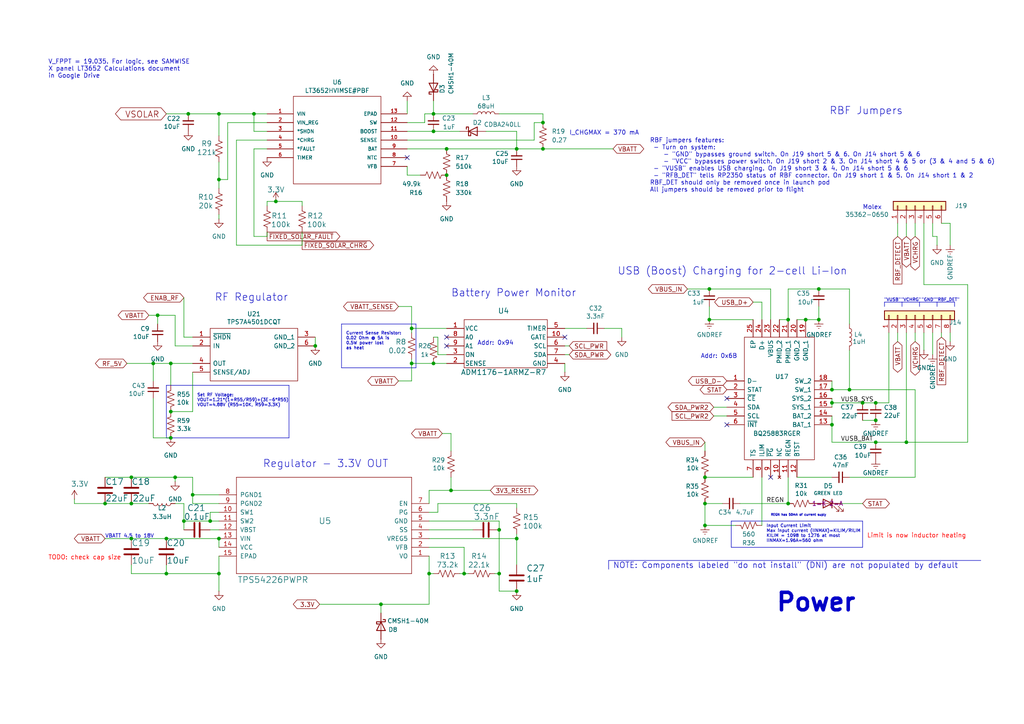
<source format=kicad_sch>
(kicad_sch (version 20250114) (generator "eeschema") (generator_version "9.0")
  (paper "A4")
  (title_block (title "PiCubed Mainboard") (date "2025-08-29") (rev "6.5") (company "Stanford Student Space Initiative") (comment 1 "Ethan Brinser"))
  (text "Addr: 0x94" (at 138.43 100.33 0) (effects (font (size 1.27 1.27)) (justify left bottom)))
  (text "USB (Boost) Charging for 2-cell Li-Ion" (at 179.07 80.01 0) (effects (font (size 2.159 2.159)) (justify left bottom)))
  (text "Input Current Limit\nMax input current (IINMAX)=KILIM/RILIM\nKILIM = 1098 to 1276 at most\nIINMAX=1.96A=560 ohm" (at 222.25 157.48 0) (effects (font (size 0.889 0.889)) (justify left bottom)))
  (text "Addr: 0x6B" (at 203.2 104.14 0) (effects (font (size 1.27 1.27)) (justify left bottom)))
  (text "Power" (at 224.79 177.8 0) (effects (font (size 5.08 5.08) (thickness 1.016) (bold yes)) (justify left bottom)))
  (text "\"VUSB\"" (at 261.366 87.63 0) (effects (font (size 0.889 0.889)) (justify right bottom)))
  (text "Battery Power Monitor" (at 130.81 86.36 0) (effects (font (size 2.159 2.159)) (justify left bottom)))
  (text "VBATT 4.5 to 18V" (at 30.48 156.21 0) (effects (font (size 1.0668 1.0668)) (justify left bottom)))
  (text "I_CHGMAX = 370 mA" (at 165.1 39.37 0) (effects (font (size 1.27 1.27)) (justify left bottom)))
  (text "RF Regulator" (at 62.23 87.63 0) (effects (font (size 2.159 2.159)) (justify left bottom)))
  (text "Current Sense Resistor:\n0.02 Ohm @ 5A is\n0.5W power lost\nas heat" (at 100.33 101.6 0) (effects (font (size 0.889 0.889)) (justify left bottom)))
  (text "Limit is now inductor heating" (at 251.46 156.21 0) (effects (font (size 1.27 1.27)) (justify left bottom)))
  (text "V_FPPT = 19.035. For logic, see SAMWISE\nX panel LT3652 Calculations document\nin Google Drive" (at 13.97 22.86 0) (effects (font (size 1.27 1.27)) (justify left bottom)))
  (text "TODO: check cap size" (at 13.97 162.56 0) (effects (font (size 1.27 1.27)) (justify left bottom)))
  (text "RBF jumpers features:\n - Turn on system:\n    - \"GND\" bypasses ground switch. On J19 short 5 & 6. On J14 short 5 & 6\n    - \"VCC\" bypasses power switch. On J19 short 2 & 3. On J14 short 4 & 5 or (3 & 4 and 5 & 6)\n - \"VUSB\" enables USB charging. On J19 short 3 & 4. On J14 short 5 & 6\n - \"RFB_DET\" tells RP2350 status of RBF connector. On J19 short 1 & 5. On J14 short 1 & 2\nRBF_DET should only be removed once in launch pod\nAll jumpers should be removed prior to flight" (at 188.468 48.006 0) (effects (font (size 1.27 1.27)) (justify left)))
  (text "\"VCHRG\"" (at 267.208 87.63 0) (effects (font (size 0.889 0.889)) (justify right bottom)))
  (text "\"GND\"" (at 267.208 87.63 0) (effects (font (size 0.889 0.889)) (justify left bottom)))
  (text "Regulator - 3.3V OUT" (at 76.2 135.89 0) (effects (font (size 2.159 2.159)) (justify left bottom)))
  (text "Set RF Voltage:\nVOUT=1.21*(1+R55/R59)+(3E-6*R55)\nVOUT=4.88V (R55=10K, R59=3.3K)\n" (at 57.15 118.11 0) (effects (font (size 0.889 0.889)) (justify left bottom)))
  (text "\"RBF_DET\"" (at 278.384 87.63 0) (effects (font (size 0.889 0.889)) (justify right bottom)))
  (text "NOTE: Components labeled \"do not install\" (DNI) are not populated by default" (at 177.8 165.1 0) (effects (font (size 1.651 1.651)) (justify left bottom)))
  (text "REGN has 50mA of current suply" (at 223.52 149.86 0) (effects (font (size 0.635 0.635)) (justify left bottom)))
  (text "RBF Jumpers" (at 240.538 33.528 0) (effects (font (size 2.159 2.159)) (justify left bottom)))
  (text "Molex" (at 250.19 60.96 0) (effects (font (size 1.27 1.27)) (justify left bottom)))
  (junction (at 48.26 156.21))
  (junction (at 125.73 33.02))
  (junction (at 237.49 83.82))
  (junction (at 55.88 143.51))
  (junction (at 49.53 105.41))
  (junction (at 125.73 105.41))
  (junction (at 157.48 43.18))
  (junction (at 254 116.84))
  (junction (at 129.54 43.18))
  (junction (at 63.5 33.02))
  (junction (at 149.86 156.21))
  (junction (at 38.1 138.43))
  (junction (at 53.34 151.13))
  (junction (at 254 128.27))
  (junction (at 237.49 92.71))
  (junction (at 254 121.92))
  (junction (at 205.74 92.71))
  (junction (at 30.48 146.05))
  (junction (at 204.47 146.05))
  (junction (at 205.74 83.82))
  (junction (at 129.54 50.8))
  (junction (at 125.73 38.1))
  (junction (at 63.5 166.37))
  (junction (at 38.1 156.21))
  (junction (at 241.3 116.84))
  (junction (at 144.78 153.67))
  (junction (at 124.46 166.37))
  (junction (at 63.5 156.21))
  (junction (at 241.3 123.19))
  (junction (at 204.47 152.4))
  (junction (at 149.86 171.45))
  (junction (at 262.89 128.27))
  (junction (at 250.19 116.84))
  (junction (at 228.6 92.71))
  (junction (at 38.1 146.05))
  (junction (at 63.5 52.07))
  (junction (at 49.53 127))
  (junction (at 228.6 146.05))
  (junction (at 119.38 105.41))
  (junction (at 50.8 138.43))
  (junction (at 80.01 58.42))
  (junction (at 54.61 33.02))
  (junction (at 204.47 138.43))
  (junction (at 130.81 142.24))
  (junction (at 149.86 43.18))
  (junction (at 157.48 35.56))
  (junction (at 44.45 105.41))
  (junction (at 91.44 100.33))
  (junction (at 233.68 92.71))
  (junction (at 246.38 113.03))
  (junction (at 45.72 91.44))
  (junction (at 73.66 33.02))
  (junction (at 60.96 151.13))
  (junction (at 144.78 166.37))
  (junction (at 241.3 113.03))
  (junction (at 134.62 166.37))
  (junction (at 110.49 175.26))
  (junction (at 48.26 166.37))
  (junction (at 119.38 95.25))
  (junction (at 49.53 119.38))
  (no_connect (at 210.82 115.57))
  (no_connect (at 118.11 45.72))
  (no_connect (at 163.83 97.79))
  (no_connect (at 129.54 100.33))
  (no_connect (at 210.82 123.19))
  (no_connect (at 129.54 97.79))
  (no_connect (at 223.52 138.43))
  (wire (pts (xy 45.72 91.44) (xy 50.8 91.44)))
  (wire (pts (xy 53.34 97.79) (xy 55.88 97.79)))
  (wire (pts (xy 149.86 156.21) (xy 149.86 163.83)))
  (wire (pts (xy 143.51 166.37) (xy 144.78 166.37)))
  (wire (pts (xy 63.5 33.02) (xy 73.66 33.02)))
  (wire (pts (xy 246.38 101.6) (xy 246.38 113.03)))
  (wire (pts (xy 127 148.59) (xy 124.46 148.59)))
  (wire (pts (xy 265.43 113.03) (xy 265.43 138.43)))
  (wire (pts (xy 118.11 35.56) (xy 123.19 35.56)))
  (wire (pts (xy 49.53 105.41) (xy 55.88 105.41)))
  (wire (pts (xy 275.59 96.52) (xy 275.59 99.06)))
  (wire (pts (xy 204.47 128.27) (xy 204.47 130.81)))
  (wire (pts (xy 80.01 58.42) (xy 77.47 58.42)))
  (wire (pts (xy 44.45 127) (xy 49.53 127)))
  (wire (pts (xy 80.01 58.42) (xy 87.63 58.42)))
  (wire (pts (xy 50.8 138.43) (xy 55.88 138.43)))
  (wire (pts (xy 250.19 121.92) (xy 254 121.92)))
  (wire (pts (xy 125.73 33.02) (xy 137.16 33.02)))
  (wire (pts (xy 38.1 166.37) (xy 38.1 163.83)))
  (wire (pts (xy 262.89 128.27) (xy 280.67 128.27)))
  (wire (pts (xy 118.11 40.64) (xy 154.94 40.64)))
  (wire (pts (xy 265.43 96.52) (xy 265.43 99.06)))
  (wire (pts (xy 220.98 87.63) (xy 220.98 92.71)))
  (wire (pts (xy 124.46 166.37) (xy 125.73 166.37)))
  (wire (pts (xy 125.73 105.41) (xy 129.54 105.41)))
  (wire (pts (xy 130.81 130.81) (xy 130.81 125.73)))
  (wire (pts (xy 267.97 96.52) (xy 267.97 101.6)))
  (wire (pts (xy 134.62 166.37) (xy 135.89 166.37)))
  (wire (pts (xy 241.3 120.65) (xy 241.3 123.19)))
  (wire (pts (xy 163.83 95.25) (xy 170.18 95.25)))
  (wire (pts (xy 218.44 87.63) (xy 220.98 87.63)))
  (wire (pts (xy 243.84 146.05) (xy 250.19 146.05)))
  (wire (pts (xy 165.1 102.87) (xy 163.83 102.87)))
  (wire (pts (xy 48.26 166.37) (xy 63.5 166.37)))
  (wire (pts (xy 38.1 138.43) (xy 50.8 138.43)))
  (wire (pts (xy 118.11 29.21) (xy 118.11 33.02)))
  (wire (pts (xy 54.61 33.02) (xy 63.5 33.02)))
  (wire (pts (xy 165.1 100.33) (xy 163.83 100.33)))
  (wire (pts (xy 149.86 154.94) (xy 149.86 156.21)))
  (wire (pts (xy 63.5 46.99) (xy 63.5 52.07)))
  (wire (pts (xy 124.46 146.05) (xy 124.46 142.24)))
  (wire (pts (xy 124.46 161.29) (xy 124.46 166.37)))
  (polyline (pts (xy 261.62 87.63) (xy 261.62 88.9)))
  (polyline (pts (xy 176.53 165.1) (xy 176.53 162.56)))
  (wire (pts (xy 210.82 118.11) (xy 207.01 118.11)))
  (wire (pts (xy 271.78 68.58) (xy 271.78 71.12)))
  (wire (pts (xy 55.88 138.43) (xy 55.88 143.51)))
  (wire (pts (xy 273.05 64.77) (xy 275.59 64.77)))
  (wire (pts (xy 231.14 92.71) (xy 233.68 92.71)))
  (wire (pts (xy 228.6 83.82) (xy 228.6 92.71)))
  (wire (pts (xy 154.94 35.56) (xy 157.48 35.56)))
  (wire (pts (xy 48.26 166.37) (xy 48.26 163.83)))
  (wire (pts (xy 43.18 91.44) (xy 45.72 91.44)))
  (wire (pts (xy 68.58 40.64) (xy 77.47 40.64)))
  (polyline (pts (xy 48.26 111.76) (xy 48.26 127)))
  (wire (pts (xy 241.3 128.27) (xy 241.3 123.19)))
  (wire (pts (xy 63.5 52.07) (xy 63.5 54.61)))
  (wire (pts (xy 204.47 152.4) (xy 213.36 152.4)))
  (wire (pts (xy 60.96 151.13) (xy 60.96 148.59)))
  (wire (pts (xy 63.5 166.37) (xy 63.5 171.45)))
  (wire (pts (xy 48.26 33.02) (xy 54.61 33.02)))
  (wire (pts (xy 226.06 92.71) (xy 228.6 92.71)))
  (wire (pts (xy 149.86 146.05) (xy 149.86 147.32)))
  (wire (pts (xy 53.34 151.13) (xy 53.34 146.05)))
  (wire (pts (xy 63.5 161.29) (xy 63.5 166.37)))
  (wire (pts (xy 254 128.27) (xy 241.3 128.27)))
  (wire (pts (xy 48.26 156.21) (xy 63.5 156.21)))
  (wire (pts (xy 63.5 153.67) (xy 60.96 153.67)))
  (wire (pts (xy 44.45 115.57) (xy 44.45 127)))
  (wire (pts (xy 210.82 120.65) (xy 207.01 120.65)))
  (polyline (pts (xy 120.65 106.68) (xy 99.06 106.68)))
  (wire (pts (xy 246.38 83.82) (xy 246.38 93.98)))
  (wire (pts (xy 36.83 105.41) (xy 44.45 105.41)))
  (wire (pts (xy 246.38 83.82) (xy 237.49 83.82)))
  (wire (pts (xy 30.48 146.05) (xy 38.1 146.05)))
  (wire (pts (xy 250.19 116.84) (xy 241.3 116.84)))
  (wire (pts (xy 68.58 71.12) (xy 68.58 40.64)))
  (wire (pts (xy 204.47 146.05) (xy 209.55 146.05)))
  (wire (pts (xy 267.97 82.55) (xy 280.67 82.55)))
  (polyline (pts (xy 276.86 87.63) (xy 276.86 88.9)))
  (wire (pts (xy 49.53 111.76) (xy 49.53 105.41)))
  (wire (pts (xy 130.81 138.43) (xy 130.81 142.24)))
  (wire (pts (xy 127 102.87) (xy 129.54 102.87)))
  (wire (pts (xy 87.63 71.12) (xy 68.58 71.12)))
  (polyline (pts (xy 261.62 87.63) (xy 266.7 87.63)))
  (wire (pts (xy 73.66 43.18) (xy 77.47 43.18)))
  (polyline (pts (xy 212.09 151.13) (xy 212.09 158.75)))
  (wire (pts (xy 204.47 138.43) (xy 218.44 138.43)))
  (polyline (pts (xy 120.65 93.98) (xy 120.65 106.68)))
  (polyline (pts (xy 83.82 127) (xy 83.82 111.76)))
  (wire (pts (xy 233.68 92.71) (xy 237.49 92.71)))
  (wire (pts (xy 63.5 148.59) (xy 60.96 148.59)))
  (wire (pts (xy 237.49 88.9) (xy 237.49 92.71)))
  (wire (pts (xy 254 116.84) (xy 250.19 116.84)))
  (wire (pts (xy 119.38 105.41) (xy 119.38 110.49)))
  (wire (pts (xy 241.3 110.49) (xy 241.3 113.03)))
  (wire (pts (xy 53.34 153.67) (xy 53.34 151.13)))
  (wire (pts (xy 130.81 142.24) (xy 142.24 142.24)))
  (wire (pts (xy 50.8 146.05) (xy 53.34 146.05)))
  (wire (pts (xy 30.48 138.43) (xy 38.1 138.43)))
  (wire (pts (xy 115.57 110.49) (xy 119.38 110.49)))
  (wire (pts (xy 44.45 110.49) (xy 44.45 105.41)))
  (wire (pts (xy 123.19 33.02) (xy 125.73 33.02)))
  (wire (pts (xy 241.3 115.57) (xy 241.3 116.84)))
  (wire (pts (xy 163.83 107.95) (xy 163.83 105.41)))
  (polyline (pts (xy 250.19 151.13) (xy 212.09 151.13)))
  (polyline (pts (xy 99.06 93.98) (xy 120.65 93.98)))
  (wire (pts (xy 44.45 105.41) (xy 49.53 105.41)))
  (wire (pts (xy 53.34 86.36) (xy 53.34 97.79)))
  (wire (pts (xy 124.46 151.13) (xy 144.78 151.13)))
  (wire (pts (xy 38.1 156.21) (xy 48.26 156.21)))
  (wire (pts (xy 262.89 96.52) (xy 262.89 128.27)))
  (wire (pts (xy 149.86 38.1) (xy 149.86 43.18)))
  (wire (pts (xy 237.49 83.82) (xy 228.6 83.82)))
  (wire (pts (xy 115.57 88.9) (xy 119.38 88.9)))
  (polyline (pts (xy 212.09 158.75) (xy 250.19 158.75)))
  (wire (pts (xy 149.86 146.05) (xy 127 146.05)))
  (polyline (pts (xy 271.78 87.63) (xy 276.86 87.63)))
  (wire (pts (xy 223.52 83.82) (xy 205.74 83.82)))
  (wire (pts (xy 119.38 95.25) (xy 119.38 88.9)))
  (wire (pts (xy 223.52 92.71) (xy 223.52 83.82)))
  (wire (pts (xy 262.89 68.58) (xy 262.89 64.77)))
  (wire (pts (xy 55.88 146.05) (xy 63.5 146.05)))
  (wire (pts (xy 134.62 158.75) (xy 134.62 166.37)))
  (wire (pts (xy 63.5 52.07) (xy 66.04 52.07)))
  (wire (pts (xy 254 116.84) (xy 257.81 116.84)))
  (wire (pts (xy 257.81 96.52) (xy 257.81 116.84)))
  (wire (pts (xy 241.3 138.43) (xy 231.14 138.43)))
  (wire (pts (xy 241.3 116.84) (xy 241.3 118.11)))
  (polyline (pts (xy 271.78 87.63) (xy 271.78 88.9)))
  (wire (pts (xy 63.5 33.02) (xy 63.5 39.37)))
  (wire (pts (xy 73.66 43.18) (xy 73.66 68.58)))
  (wire (pts (xy 50.8 100.33) (xy 55.88 100.33)))
  (wire (pts (xy 124.46 156.21) (xy 149.86 156.21)))
  (wire (pts (xy 87.63 58.42) (xy 87.63 59.69)))
  (wire (pts (xy 260.35 64.77) (xy 260.35 68.58)))
  (polyline (pts (xy 48.26 127) (xy 83.82 127)))
  (wire (pts (xy 119.38 105.41) (xy 125.73 105.41)))
  (wire (pts (xy 21.59 146.05) (xy 30.48 146.05)))
  (wire (pts (xy 254 128.27) (xy 262.89 128.27)))
  (wire (pts (xy 180.34 97.79) (xy 180.34 95.25)))
  (wire (pts (xy 144.78 171.45) (xy 149.86 171.45)))
  (wire (pts (xy 91.44 100.33) (xy 91.44 97.79)))
  (wire (pts (xy 50.8 138.43) (xy 50.8 139.7)))
  (wire (pts (xy 220.98 152.4) (xy 220.98 138.43)))
  (wire (pts (xy 205.74 83.82) (xy 199.39 83.82)))
  (wire (pts (xy 129.54 43.18) (xy 149.86 43.18)))
  (wire (pts (xy 124.46 153.67) (xy 137.16 153.67)))
  (wire (pts (xy 124.46 166.37) (xy 124.46 175.26)))
  (wire (pts (xy 87.63 67.31) (xy 87.63 71.12)))
  (wire (pts (xy 267.97 64.77) (xy 267.97 82.55)))
  (wire (pts (xy 157.48 33.02) (xy 157.48 35.56)))
  (wire (pts (xy 180.34 95.25) (xy 175.26 95.25)))
  (wire (pts (xy 124.46 175.26) (xy 110.49 175.26)))
  (wire (pts (xy 205.74 88.9) (xy 205.74 92.71)))
  (wire (pts (xy 154.94 40.64) (xy 154.94 35.56)))
  (wire (pts (xy 144.78 151.13) (xy 144.78 153.67)))
  (wire (pts (xy 144.78 33.02) (xy 157.48 33.02)))
  (wire (pts (xy 124.46 158.75) (xy 134.62 158.75)))
  (wire (pts (xy 127 102.87) (xy 127 97.79)))
  (wire (pts (xy 228.6 138.43) (xy 228.6 146.05)))
  (wire (pts (xy 280.67 82.55) (xy 280.67 128.27)))
  (wire (pts (xy 21.59 144.78) (xy 21.59 146.05)))
  (wire (pts (xy 204.47 146.05) (xy 204.47 152.4)))
  (wire (pts (xy 118.11 50.8) (xy 121.92 50.8)))
  (wire (pts (xy 270.51 68.58) (xy 271.78 68.58)))
  (polyline (pts (xy 176.53 162.56) (xy 284.48 162.56)))
  (wire (pts (xy 63.5 158.75) (xy 63.5 156.21)))
  (wire (pts (xy 45.72 91.44) (xy 45.72 93.98)))
  (wire (pts (xy 149.86 43.18) (xy 157.48 43.18)))
  (wire (pts (xy 270.51 96.52) (xy 270.51 102.87)))
  (polyline (pts (xy 266.7 87.63) (xy 266.7 88.9)))
  (wire (pts (xy 275.59 64.77) (xy 275.59 71.12)))
  (polyline (pts (xy 99.06 106.68) (xy 99.06 93.98)))
  (wire (pts (xy 55.88 143.51) (xy 55.88 146.05)))
  (wire (pts (xy 144.78 166.37) (xy 144.78 171.45)))
  (wire (pts (xy 119.38 95.25) (xy 119.38 96.52)))
  (wire (pts (xy 130.81 125.73) (xy 128.27 125.73)))
  (wire (pts (xy 63.5 151.13) (xy 60.96 151.13)))
  (wire (pts (xy 110.49 177.8) (xy 110.49 175.26)))
  (wire (pts (xy 66.04 52.07) (xy 66.04 35.56)))
  (wire (pts (xy 118.11 43.18) (xy 129.54 43.18)))
  (polyline (pts (xy 83.82 111.76) (xy 48.26 111.76)))
  (wire (pts (xy 66.04 35.56) (xy 77.47 35.56)))
  (wire (pts (xy 73.66 38.1) (xy 77.47 38.1)))
  (wire (pts (xy 157.48 43.18) (xy 177.8 43.18)))
  (wire (pts (xy 241.3 113.03) (xy 246.38 113.03)))
  (wire (pts (xy 144.78 153.67) (xy 144.78 166.37)))
  (wire (pts (xy 133.35 38.1) (xy 125.73 38.1)))
  (wire (pts (xy 77.47 67.31) (xy 77.47 68.58)))
  (wire (pts (xy 38.1 166.37) (xy 48.26 166.37)))
  (wire (pts (xy 92.71 175.26) (xy 110.49 175.26)))
  (wire (pts (xy 125.73 29.21) (xy 125.73 33.02)))
  (wire (pts (xy 270.51 64.77) (xy 270.51 68.58)))
  (wire (pts (xy 246.38 138.43) (xy 265.43 138.43)))
  (wire (pts (xy 63.5 62.23) (xy 63.5 63.5)))
  (wire (pts (xy 73.66 33.02) (xy 73.66 38.1)))
  (wire (pts (xy 73.66 68.58) (xy 77.47 68.58)))
  (wire (pts (xy 273.05 96.52) (xy 273.05 97.79)))
  (polyline (pts (xy 250.19 158.75) (xy 250.19 151.13)))
  (wire (pts (xy 123.19 35.56) (xy 123.19 33.02)))
  (wire (pts (xy 50.8 91.44) (xy 50.8 100.33)))
  (polyline (pts (xy 256.54 88.9) (xy 256.54 87.63)))
  (wire (pts (xy 118.11 48.26) (xy 118.11 50.8)))
  (wire (pts (xy 205.74 92.71) (xy 218.44 92.71)))
  (wire (pts (xy 140.97 38.1) (xy 149.86 38.1)))
  (wire (pts (xy 73.66 33.02) (xy 77.47 33.02)))
  (wire (pts (xy 119.38 95.25) (xy 129.54 95.25)))
  (wire (pts (xy 127 97.79) (xy 125.73 97.79)))
  (wire (pts (xy 38.1 146.05) (xy 43.18 146.05)))
  (wire (pts (xy 55.88 119.38) (xy 55.88 107.95)))
  (wire (pts (xy 260.35 96.52) (xy 260.35 99.06)))
  (wire (pts (xy 124.46 142.24) (xy 130.81 142.24)))
  (polyline (pts (xy 256.54 87.63) (xy 261.62 87.63)))
  (wire (pts (xy 63.5 143.51) (xy 55.88 143.51)))
  (wire (pts (xy 265.43 64.77) (xy 265.43 68.58)))
  (wire (pts (xy 119.38 104.14) (xy 119.38 105.41)))
  (polyline (pts (xy 266.7 87.63) (xy 271.78 87.63)))
  (wire (pts (xy 60.96 151.13) (xy 53.34 151.13)))
  (wire (pts (xy 214.63 146.05) (xy 228.6 146.05)))
  (wire (pts (xy 30.48 156.21) (xy 38.1 156.21)))
  (wire (pts (xy 118.11 38.1) (xy 125.73 38.1)))
  (wire (pts (xy 77.47 58.42) (xy 77.47 59.69)))
  (wire (pts (xy 133.35 166.37) (xy 134.62 166.37)))
  (wire (pts (xy 49.53 119.38) (xy 55.88 119.38)))
  (wire (pts (xy 246.38 113.03) (xy 265.43 113.03)))
  (wire (pts (xy 127 146.05) (xy 127 148.59)))
  (label "VUSB_SYS" (at 243.84 116.84 0))
  (label "REGN" (at 222.25 146.05 0))
  (label "VUSB_BAT" (at 243.84 128.27 0))
  (global_label "VBUS_IN" (shape bidirectional) (at 199.39 83.82 180) (property "Intersheetrefs" "${INTERSHEET_REFS}" (effects (hide yes))))
  (global_label "RBF_DETECT" (shape input) (at 273.05 97.79 270) (property "Intersheetrefs" "${INTERSHEET_REFS}" (effects (hide yes))))
  (global_label "ENAB_RF" (shape bidirectional) (at 53.34 86.36 180) (property "Intersheetrefs" "${INTERSHEET_REFS}" (effects (hide yes))))
  (global_label "SDA_PWR" (shape bidirectional) (at 165.1 102.87 0) (property "Intersheetrefs" "${INTERSHEET_REFS}" (effects (hide yes))))
  (global_label "VBATT" (shape bidirectional) (at 177.8 43.18 0) (property "Intersheetrefs" "${INTERSHEET_REFS}" (effects (hide yes))))
  (global_label "VBATT" (shape bidirectional) (at 128.27 125.73 180) (property "Intersheetrefs" "${INTERSHEET_REFS}" (effects (hide yes))))
  (global_label "VBATT" (shape bidirectional) (at 260.35 99.06 270) (property "Intersheetrefs" "${INTERSHEET_REFS}" (effects (hide yes))))
  (global_label "VBATT" (shape bidirectional) (at 30.48 156.21 180) (property "Intersheetrefs" "${INTERSHEET_REFS}" (effects (hide yes))))
  (global_label "3V3_RESET" (shape bidirectional) (at 142.24 142.24 0) (property "Intersheetrefs" "${INTERSHEET_REFS}" (effects (hide yes))))
  (global_label "STAT" (shape bidirectional) (at 210.82 113.03 180) (property "Intersheetrefs" "${INTERSHEET_REFS}" (effects (hide yes))))
  (global_label "~{FIXED_SOLAR_FAULT}" (shape output) (at 77.47 68.58 0) (property "Intersheetrefs" "${INTERSHEET_REFS}" (effects (hide yes))))
  (global_label "SDA_PWR2" (shape bidirectional) (at 207.01 118.11 180) (property "Intersheetrefs" "${INTERSHEET_REFS}" (effects (hide yes))))
  (global_label "USB_D+" (shape bidirectional) (at 218.44 87.63 180) (property "Intersheetrefs" "${INTERSHEET_REFS}" (effects (hide yes))))
  (global_label "SCL_PWR2" (shape input) (at 207.01 120.65 180) (property "Intersheetrefs" "${INTERSHEET_REFS}" (effects (hide yes))))
  (global_label "VSOLAR" (shape bidirectional) (at 48.26 33.02 180) (effects (font (size 1.778 1.778))) (property "Intersheetrefs" "${INTERSHEET_REFS}" (effects (hide yes))))
  (global_label "VBATT_SENSE" (shape bidirectional) (at 115.57 88.9 180) (property "Intersheetrefs" "${INTERSHEET_REFS}" (effects (hide yes))))
  (global_label "VBATT" (shape bidirectional) (at 43.18 91.44 180) (property "Intersheetrefs" "${INTERSHEET_REFS}" (effects (hide yes))))
  (global_label "VBUS_IN" (shape bidirectional) (at 204.47 128.27 180) (property "Intersheetrefs" "${INTERSHEET_REFS}" (effects (hide yes))))
  (global_label "USB_D-" (shape bidirectional) (at 210.82 110.49 180) (property "Intersheetrefs" "${INTERSHEET_REFS}" (effects (hide yes))))
  (global_label "VCHRG" (shape bidirectional) (at 265.43 99.06 270) (property "Intersheetrefs" "${INTERSHEET_REFS}" (effects (hide yes))))
  (global_label "RBF_DETECT" (shape input) (at 260.35 68.58 270) (property "Intersheetrefs" "${INTERSHEET_REFS}" (effects (hide yes))))
  (global_label "RF_5V" (shape bidirectional) (at 36.83 105.41 180) (property "Intersheetrefs" "${INTERSHEET_REFS}" (effects (hide yes))))
  (global_label "SCL_PWR" (shape input) (at 165.1 100.33 0) (property "Intersheetrefs" "${INTERSHEET_REFS}" (effects (hide yes))))
  (global_label "VBATT" (shape bidirectional) (at 115.57 110.49 180) (property "Intersheetrefs" "${INTERSHEET_REFS}" (effects (hide yes))))
  (global_label "STAT" (shape bidirectional) (at 250.19 146.05 0) (property "Intersheetrefs" "${INTERSHEET_REFS}" (effects (hide yes))))
  (global_label "VCHRG" (shape bidirectional) (at 265.43 68.58 270) (property "Intersheetrefs" "${INTERSHEET_REFS}" (effects (hide yes))))
  (global_label "~{FIXED_SOLAR_CHRG}" (shape output) (at 87.63 71.12 0) (property "Intersheetrefs" "${INTERSHEET_REFS}" (effects (hide yes))))
  (global_label "VBATT" (shape bidirectional) (at 262.89 68.58 270) (property "Intersheetrefs" "${INTERSHEET_REFS}" (effects (hide yes))))
  (global_label "3.3V" (shape bidirectional) (at 92.71 175.26 180) (property "Intersheetrefs" "${INTERSHEET_REFS}" (effects (hide yes))))
  (symbol (lib_id "Device:C") (at 57.15 153.67 90) (unit 1)
    (property "Reference" "C21" (at 59.69 146.304 90) (effects (font (size 1.778 1.778)) (justify left bottom)))
    (property "Value" "0.1uF" (at 60.96 148.844 90) (effects (font (size 1.778 1.778)) (justify left bottom)))
    (property "Footprint" "Capacitor_SMD:C_0603_1608Metric" (effects (hide yes)))
    (property "Description" "Unpolarized capacitor" (effects (hide yes)))
  )
  (symbol (lib_id "Device:R_US") (at 139.7 166.37 270) (unit 1)
    (property "Reference" "R14" (at 138.938 161.29 90) (effects (font (size 1.4986 1.4986))))
    (property "Value" "22.1k" (at 138.938 163.83 90) (effects (font (size 1.4986 1.4986))))
    (property "Footprint" "Resistor_SMD:R_0603_1608Metric" (effects (hide yes)))
    (property "Description" "Resistor, US symbol" (effects (hide yes)))
  )
  (symbol (lib_id "Device:R_US") (at 119.38 100.33 180) (unit 1)
    (property "Reference" "R8" (at 117.856 98.298 0) (effects (font (size 1.4986 1.4986)) (justify left bottom)))
    (property "Value" "0.02" (at 117.856 100.838 0) (effects (font (size 1.4986 1.4986)) (justify left bottom)))
    (property "Footprint" "Resistor_SMD:R_2512_6332Metric" (effects (hide yes)))
    (property "Description" "Resistor, US symbol" (effects (hide yes)))
  )
  (symbol (lib_id "Device:C") (at 149.86 167.64 0) (unit 1)
    (property "Reference" "C27" (at 152.6032 164.8206 0) (effects (font (size 1.778 1.778)) (justify left)))
    (property "Value" "1uF" (at 152.6032 167.894 0) (effects (font (size 1.778 1.778)) (justify left)))
    (property "Footprint" "Capacitor_SMD:C_0603_1608Metric" (effects (hide yes)))
    (property "Description" "Unpolarized capacitor" (effects (hide yes)))
  )
  (symbol (lib_id "Device:C") (at 30.48 142.24 0) (unit 1)
    (property "Reference" "C17" (at 30.48 140.716 0) (effects (font (size 1.778 1.778)) (justify left bottom)))
    (property "Value" "22uF" (at 30.48 145.542 0) (effects (font (size 1.778 1.778)) (justify left bottom)))
    (property "Footprint" "Capacitor_SMD:C_0603_1608Metric" (effects (hide yes)))
    (property "Description" "Unpolarized capacitor" (effects (hide yes)))
  )
  (symbol (lib_id "Device:R_US") (at 149.86 151.13 0) (unit 1)
    (property "Reference" "R15" (at 151.638 150.876 0) (effects (font (size 1.4986 1.4986)) (justify left bottom)))
    (property "Value" "100k" (at 151.638 153.416 0) (effects (font (size 1.4986 1.4986)) (justify left bottom)))
    (property "Footprint" "Resistor_SMD:R_0603_1608Metric" (effects (hide yes)))
    (property "Description" "Resistor, US symbol" (effects (hide yes)))
  )
  (symbol (lib_id "Device:L") (at 46.99 146.05 270) (unit 1)
    (property "Reference" "L2" (at 46.99 147.32 90))
    (property "Value" "3.3uH" (at 46.99 149.86 90))
    (property "Footprint" "ssi_inductor:L_2141" (effects (hide yes)))
    (property "Description" "Inductor" (effects (hide yes)))
    (property "Flight" "SPM5030T-3R3M-HZ" (effects (hide yes)))
    (property "Manufacturer_Name" "TAI-TECH" (effects (hide yes)))
    (property "Manufacturer_Part_Number" "HPC5040NF-3R3MTH" (effects (hide yes)))
    (property "Proto" "HPC5040NF-3R3MTH" (effects (hide yes)))
  )
  (symbol (lib_id "power:GNDREF") (at 237.49 92.71 0) (unit 1)
    (property "Reference" "#PWR0102" (effects (hide yes)))
    (property "Value" "GNDREF" (at 237.617 97.1042 0))
  )
  (symbol (lib_id "power:GNDREF") (at 205.74 92.71 0) (unit 1)
    (property "Reference" "#PWR0103" (effects (hide yes)))
    (property "Value" "GNDREF" (at 205.867 97.1042 0))
  )
  (symbol (lib_id "Device:C_Small") (at 243.84 138.43 270) (unit 1)
    (property "Reference" "C36" (at 243.84 132.6134 90))
    (property "Value" "47nF" (at 243.84 134.9248 90))
    (property "Footprint" "Capacitor_SMD:C_0603_1608Metric" (effects (hide yes)))
    (property "Description" "47nF +-10% 50V X7R" (effects (hide yes)))
  )
  (symbol (lib_id "Device:C_Small") (at 250.19 119.38 180) (unit 1)
    (property "Reference" "C37" (at 247.65 118.11 0) (effects (justify left)))
    (property "Value" "22uF" (at 248.92 120.65 0) (effects (justify left)))
    (property "Footprint" "Capacitor_SMD:C_0603_1608Metric" (effects (hide yes)))
    (property "Description" "22uF +-20% 10V X5R" (effects (hide yes)))
  )
  (symbol (lib_id "power:GNDREF") (at 254 121.92 0) (unit 1)
    (property "Reference" "#PWR0104" (effects (hide yes)))
    (property "Value" "GNDREF" (at 254 125.73 0))
  )
  (symbol (lib_id "Device:C_Small") (at 254 130.81 180) (unit 1)
    (property "Reference" "C39" (at 251.46 129.54 0) (effects (justify left)))
    (property "Value" "10uF" (at 252.73 132.08 0) (effects (justify left)))
    (property "Footprint" "Capacitor_SMD:C_0603_1608Metric" (effects (hide yes)))
    (property "Description" "10uF +-20% 10V X5R" (effects (hide yes)))
  )
  (symbol (lib_id "power:GNDREF") (at 254 133.35 0) (unit 1)
    (property "Reference" "#PWR0105" (effects (hide yes)))
    (property "Value" "GNDREF" (at 254 137.16 0))
  )
  (symbol (lib_id "Device:R_US") (at 232.41 146.05 270) (mirror x) (unit 1)
    (property "Reference" "R31" (at 232.41 140.843 90))
    (property "Value" "10k" (at 232.41 143.1544 90))
    (property "Footprint" "Resistor_SMD:R_0603_1608Metric" (effects (hide yes)))
    (property "Description" "10K 0603" (effects (hide yes)))
  )
  (symbol (lib_id "Device:C_Small") (at 212.09 146.05 270) (unit 1)
    (property "Reference" "C34" (at 208.28 148.59 90) (effects (justify left)))
    (property "Value" "4.7uF" (at 213.36 148.59 90) (effects (justify left)))
    (property "Footprint" "Capacitor_SMD:C_0603_1608Metric" (effects (hide yes)))
    (property "Description" "4.7uF +-20% 10V X5R" (effects (hide yes)))
  )
  (symbol (lib_id "power:GNDREF") (at 204.47 152.4 0) (unit 1)
    (property "Reference" "#PWR0106" (effects (hide yes)))
    (property "Value" "GNDREF" (at 204.597 156.7942 0))
  )
  (symbol (lib_id "Device:C_Small") (at 205.74 86.36 180) (unit 1)
    (property "Reference" "C33" (at 203.2 85.09 0) (effects (justify left)))
    (property "Value" "1uF" (at 204.47 87.63 0) (effects (justify left)))
    (property "Footprint" "Capacitor_SMD:C_0603_1608Metric" (effects (hide yes)))
    (property "Description" "1uF 0603 X7R" (effects (hide yes)))
  )
  (symbol (lib_id "Device:L") (at 246.38 97.79 0) (unit 1)
    (property "Reference" "L4" (at 248.92 97.028 0))
    (property "Value" "1uH" (at 249.174 99.06 0))
    (property "Footprint" "ssi_inductor:L_2510" (effects (hide yes)))
    (property "Description" "Inductor" (effects (hide yes)))
    (property "Flight" "DFE252012F-1R0M" (effects (hide yes)))
    (property "Manufacturer_Name" "Prosperity Dielectrics" (effects (hide yes)))
    (property "Manufacturer_Part_Number" "MCS25GD-1R0MMP" (effects (hide yes)))
    (property "Proto" "MCS25GD-1R0MMP" (effects (hide yes)))
  )
  (symbol (lib_id "ssi_IC:ADM1176-1ARMZ-R7") (at 127 81.28 0) (unit 1)
    (property "Reference" "U4" (at 146.05 90.17 0) (effects (font (size 1.524 1.524))))
    (property "Value" "ADM1176-1ARMZ-R7" (at 146.05 107.95 0) (effects (font (size 1.524 1.524))))
    (property "Footprint" "ssi_IC:ADM1176-1ARMZ-R7" (effects (hide yes)))
    (property "Datasheet" "https://www.analog.com/media/en/technical-documentation/data-sheets/ADM1176.pdf" (effects (hide yes)))
    (property "Description" "Power Monitor" (effects (hide yes)))
    (property "Flight" "ADM1176-1ARMZ-R7" (effects (hide yes)))
    (property "Manufacturer_Name" "Analog Devices Inc." (effects (hide yes)))
    (property "Manufacturer_Part_Number" "ADM1176-1ARMZ-R7" (effects (hide yes)))
    (property "Proto" "ADM1176-1ARMZ-R7" (effects (hide yes)))
  )
  (symbol (lib_id "Device:C_Small") (at 237.49 86.36 180) (unit 1)
    (property "Reference" "C35" (at 234.95 85.09 0) (effects (justify left)))
    (property "Value" "10uF" (at 236.22 87.63 0) (effects (justify left)))
    (property "Footprint" "Capacitor_SMD:C_0603_1608Metric" (effects (hide yes)))
    (property "Description" "10uF +-20% 10V X5R" (effects (hide yes)))
  )
  (symbol (lib_id "Device:C_Small") (at 254 119.38 180) (unit 1)
    (property "Reference" "C38" (at 256.3368 118.2116 0) (effects (justify right)))
    (property "Value" "22uF" (at 256.3368 120.523 0) (effects (justify right)))
    (property "Footprint" "Capacitor_SMD:C_0603_1608Metric" (effects (hide yes)))
    (property "Description" "22uF +-20% 10V X5R" (effects (hide yes)))
  )
  (symbol (lib_id "Device:R_US") (at 204.47 134.62 0) (mirror y) (unit 1)
    (property "Reference" "R34" (at 202.7682 133.4516 0) (effects (justify left)))
    (property "Value" "10k" (at 202.7682 135.763 0) (effects (justify left)))
    (property "Footprint" "Resistor_SMD:R_0603_1608Metric" (effects (hide yes)))
    (property "Description" "5.23K 0603" (effects (hide yes)))
  )
  (symbol (lib_id "Device:R_US") (at 204.47 142.24 0) (mirror x) (unit 1)
    (property "Reference" "R35" (at 202.7682 141.0716 0) (effects (justify right)))
    (property "Value" "10k" (at 202.7682 143.383 0) (effects (justify right)))
    (property "Footprint" "Resistor_SMD:R_0603_1608Metric" (effects (hide yes)))
    (property "Description" "30.1K 0603" (effects (hide yes)))
  )
  (symbol (lib_id "Device:R_US") (at 125.73 101.6 0) (mirror x) (unit 1)
    (property "Reference" "R26" (at 123.19 100.33 0))
    (property "Value" "1k" (at 123.19 102.87 0))
    (property "Footprint" "Resistor_SMD:R_0603_1608Metric" (effects (hide yes)))
    (property "Description" "1K 0603" (effects (hide yes)))
  )
  (symbol (lib_id "Device:C_Small") (at 172.72 95.25 270) (unit 1)
    (property "Reference" "C32" (at 172.72 89.4334 90))
    (property "Value" "3.3nF" (at 172.72 91.7448 90))
    (property "Footprint" "Capacitor_SMD:C_0603_1608Metric" (effects (hide yes)))
    (property "Description" "3.3nF +-10% 100V X7R 0603" (effects (hide yes)))
  )
  (symbol (lib_id "ssi_IC:BQ25883RGER") (at 210.82 110.49 0) (unit 1)
    (property "Reference" "U17" (at 224.79 109.22 0) (effects (justify left)))
    (property "Value" "BQ25883RGER" (at 218.44 125.73 0) (effects (justify left)))
    (property "Footprint" "ssi_IC:QFN50P400X400X100-25N-D" (effects (hide yes)))
    (property "Datasheet" "http://www.ti.com/lit/ds/symlink/bq25883.pdf?HQS=TI-null-null-mousermode-df-pf-null-wwe&DCM=yes&ref_url=https%3A%2F%2Fwww.mouser.co.uk%2F" (effects (hide yes)))
    (property "Description" "Battery Management BQ25883RGE" (effects (hide yes)))
    (property "Flight" "BQ25883RGER" (effects (hide yes)))
    (property "Manufacturer_Name" "Texas Instruments" (effects (hide yes)))
    (property "Manufacturer_Part_Number" "BQ25883RGER" (effects (hide yes)))
    (property "Proto" "BQ25883RGER" (effects (hide yes)))
    (property "Height" "1" (effects (hide yes)))
    (property "Mouser Part Number" "595-BQ25883RGER" (effects (hide yes)))
    (property "Mouser Price/Stock" "https://www.mouser.com/Search/Refine.aspx?Keyword=595-BQ25883RGER" (effects (hide yes)))
  )
  (symbol (lib_id "Device:R_US") (at 217.17 152.4 90) (mirror x) (unit 1)
    (property "Reference" "R36" (at 217.17 157.48 90))
    (property "Value" "560" (at 217.17 154.94 90))
    (property "Footprint" "Resistor_SMD:R_0603_1608Metric" (effects (hide yes)))
    (property "Description" "560 0603" (effects (hide yes)))
  )
  (symbol (lib_id "Device:LED") (at 240.03 146.05 0) (mirror y) (unit 1)
    (property "Reference" "D5" (at 240.2078 140.9446 0))
    (property "Value" "GREEN LED" (at 240.2078 143.0528 0) (effects (font (size 0.9906 0.9906))))
    (property "Footprint" "LED_SMD:LED_0603_1608Metric" (effects (hide yes)))
    (property "Datasheet" "https://optoelectronics.liteon.com/upload/download/DS22-2000-074/LTST-C190KGKT.PDF" (effects (hide yes)))
    (property "Description" "Green LED" (effects (hide yes)))
    (property "Flight" "LTST-C190KGKT" (effects (hide yes)))
    (property "Manufacturer_Name" "Lite-On Inc." (effects (hide yes)))
    (property "Manufacturer_Part_Number" "LTST-C190KGKT" (effects (hide yes)))
    (property "Proto" "LTST-C190KGKT" (effects (hide yes)))
    (property "Sim.Pins" "1=K 2=A" (at 240.03 146.05 0))
  )
  (symbol (lib_id "Device:R_US") (at 130.81 134.62 0) (mirror y) (unit 1)
    (property "Reference" "R29" (at 129.1082 133.4516 0) (effects (justify left)))
    (property "Value" "10k" (at 129.1082 135.763 0) (effects (justify left)))
    (property "Footprint" "Resistor_SMD:R_0603_1608Metric" (effects (hide yes)))
    (property "Description" "73.2K 0603" (effects (hide yes)))
  )
  (symbol (lib_id "Device:C") (at 38.1 160.02 0) (unit 1)
    (property "Reference" "C19" (at 38.1 158.496 0) (effects (font (size 1.778 1.778)) (justify left bottom)))
    (property "Value" "10uF" (at 38.1 163.576 0) (effects (font (size 1.778 1.778)) (justify left bottom)))
    (property "Footprint" "Capacitor_SMD:C_1210_3225Metric" (effects (hide yes)))
    (property "Description" "Unpolarized capacitor" (effects (hide yes)))
  )
  (symbol (lib_id "Connector_Generic:Conn_01x08") (at 265.43 91.44 90) (unit 1)
    (property "Reference" "J14" (at 275.2852 93.5228 90) (effects (justify right)))
    (property "Value" "Conn_01x08_Horizontal" (effects (hide yes)))
    (property "Footprint" "Connector_PinHeader_2.54mm:PinHeader_1x08_P2.54mm_Horizontal" (effects (hide yes)))
    (property "Description" "6-pin Horizontal Header - 0.1in (2.54mm)" (effects (hide yes)))
    (property "DNI" "DNI" (effects (hide yes)))
  )
  (symbol (lib_id "power:GNDREF") (at 270.51 102.87 0) (unit 1)
    (property "Reference" "#PWR01" (effects (hide yes)))
    (property "Value" "GNDREF" (at 270.51 109.22 90))
  )
  (symbol (lib_id "ssi_IC:TPS7A4501DCQT") (at 55.88 97.79 0) (unit 1)
    (property "Reference" "U21" (at 73.66 91.059 0))
    (property "Value" "TPS7A4501DCQT" (at 73.66 93.3704 0))
    (property "Footprint" "ssi_IC:TPS7A4501DCQT" (effects (hide yes)))
    (property "Datasheet" "https://www.ti.com/lit/ds/symlink/tps7a45.pdf" (effects (hide yes)))
    (property "Description" "LOW-NOISE FAST-TRANSIENT-RESPONSE 1.5-A LOW-DROPOUT VOLTAGE%D REGULATORS" (effects (hide yes)))
    (property "Flight" "TPS7A4501DCQT" (effects (hide yes)))
    (property "Manufacturer_Name" "Texas Instruments" (effects (hide yes)))
    (property "Manufacturer_Part_Number" "TPS7A4501DCQT" (effects (hide yes)))
    (property "Proto" "TPS7A4501DCQT" (effects (hide yes)))
    (property "Height" "1.8" (effects (hide yes)))
    (property "Arrow Part Number" "TPS7A4501DCQT" (effects (hide yes)))
    (property "Arrow Price/Stock" "https://www.arrow.com/en/products/tps7a4501dcqt/texas-instruments" (effects (hide yes)))
    (property "Mouser Part Number" "595-TPS7A4501DCQT" (effects (hide yes)))
    (property "Mouser Price/Stock" "https://www.mouser.co.uk/ProductDetail/Texas-Instruments/TPS7A4501DCQT?qs=g0HfZ8wh75DefRsz0DtlDw%3D%3D" (effects (hide yes)))
  )
  (symbol (lib_id "Device:C_Small") (at 44.45 113.03 180) (unit 1)
    (property "Reference" "C43" (at 42.1386 111.8616 0) (effects (justify left)))
    (property "Value" "10uF" (at 42.1386 114.173 0) (effects (justify left)))
    (property "Footprint" "Capacitor_SMD:C_0603_1608Metric" (effects (hide yes)))
    (property "Description" "10uF +-20% 10V X5R" (effects (hide yes)))
  )
  (symbol (lib_id "Device:R_US") (at 49.53 115.57 0) (mirror y) (unit 1)
    (property "Reference" "R55" (at 51.2572 114.4016 0) (effects (justify right)))
    (property "Value" "10k" (at 51.2572 116.713 0) (effects (justify right)))
    (property "Footprint" "Resistor_SMD:R_0603_1608Metric" (effects (hide yes)))
    (property "Description" "10K 0603" (effects (hide yes)))
  )
  (symbol (lib_id "Device:R_US") (at 49.53 123.19 0) (mirror y) (unit 1)
    (property "Reference" "R59" (at 51.2572 122.0216 0) (effects (justify right)))
    (property "Value" "3.3k" (at 51.2572 124.333 0) (effects (justify right)))
    (property "Footprint" "Resistor_SMD:R_0603_1608Metric" (effects (hide yes)))
    (property "Description" "3.3K 0603" (effects (hide yes)))
  )
  (symbol (lib_id "Device:R_US") (at 129.54 166.37 270) (unit 1)
    (property "Reference" "R13" (at 129.794 161.29 90) (effects (font (size 1.4986 1.4986))))
    (property "Value" "73.2k" (at 129.794 163.83 90) (effects (font (size 1.4986 1.4986))))
    (property "Footprint" "Resistor_SMD:R_0603_1608Metric" (effects (hide yes)))
    (property "Description" "Resistor, US symbol" (effects (hide yes)))
  )
  (symbol (lib_id "Device:C") (at 140.97 153.67 90) (unit 1)
    (property "Reference" "C26" (at 142.494 146.304 90) (effects (font (size 1.778 1.778)) (justify left bottom)))
    (property "Value" "3.3nF" (at 145.034 148.844 90) (effects (font (size 1.778 1.778)) (justify left bottom)))
    (property "Footprint" "Capacitor_SMD:C_0603_1608Metric" (effects (hide yes)))
    (property "Description" "Unpolarized capacitor" (effects (hide yes)))
  )
  (symbol (lib_id "Device:C") (at 38.1 142.24 0) (unit 1)
    (property "Reference" "C18" (at 38.1 140.716 0) (effects (font (size 1.778 1.778)) (justify left bottom)))
    (property "Value" "22uF" (at 38.354 145.542 0) (effects (font (size 1.778 1.778)) (justify left bottom)))
    (property "Footprint" "Capacitor_SMD:C_0603_1608Metric" (effects (hide yes)))
    (property "Description" "Unpolarized capacitor" (effects (hide yes)))
  )
  (symbol (lib_id "Device:C") (at 48.26 160.02 0) (unit 1)
    (property "Reference" "C20" (at 48.26 158.496 0) (effects (font (size 1.778 1.778)) (justify left bottom)))
    (property "Value" "10uF" (at 48.26 163.576 0) (effects (font (size 1.778 1.778)) (justify left bottom)))
    (property "Footprint" "Capacitor_SMD:C_1210_3225Metric" (effects (hide yes)))
    (property "Description" "Unpolarized capacitor" (effects (hide yes)))
  )
  (symbol (lib_id "ssi_IC:TPS54226PWPR") (at 127 161.29 180) (unit 1)
    (property "Reference" "U5" (at 96.1644 150.0886 0) (effects (font (size 1.7526 1.7526)) (justify left bottom)))
    (property "Value" "TPS54226PWPR" (at 68.834 169.164 0) (effects (font (size 1.7526 1.7526)) (justify right top)))
    (property "Footprint" "ssi_IC:PWP14_2P31X2P46-L" (effects (hide yes)))
    (property "Datasheet" "https://www.ti.com/lit/gpn/tps54226" (effects (hide yes)))
    (property "Description" "3.3V Switching Regulator" (effects (hide yes)))
    (property "Flight" "TPS54226PWPR" (effects (hide yes)))
    (property "Manufacturer_Name" "Texas Instruments" (effects (hide yes)))
    (property "Manufacturer_Part_Number" "TPS54226PWPR" (effects (hide yes)))
    (property "Proto" "TPS54226PWPR" (effects (hide yes)))
  )
  (symbol (lib_id "power:GND") (at 118.11 29.21 180) (unit 1)
    (property "Reference" "#PWR03" (effects (hide yes)))
    (property "Value" "GND" (at 118.11 24.13 0))
  )
  (symbol (lib_id "power:GND") (at 110.49 185.42 0) (unit 1)
    (property "Reference" "#PWR04" (effects (hide yes)))
    (property "Value" "GND" (at 110.49 190.5 0))
    (property "Description" "Power symbol creates a global label with name \"GND\" , ground" (effects (hide yes)))
  )
  (symbol (lib_id "Device:C_Small") (at 45.72 96.52 180) (unit 1)
    (property "Reference" "C9" (at 43.4086 95.3516 0) (effects (justify left)))
    (property "Value" "10uF" (at 43.4086 97.663 0) (effects (justify left)))
    (property "Footprint" "Capacitor_SMD:C_0603_1608Metric" (effects (hide yes)))
    (property "Description" "10uF +-20% 10V X5R" (effects (hide yes)))
  )
  (symbol (lib_id "power:GND") (at 163.83 107.95 0) (unit 1)
    (property "Reference" "#PWR03" (effects (hide yes)))
    (property "Value" "GND" (at 163.83 113.03 0))
  )
  (symbol (lib_id "power:GND") (at 77.47 45.72 0) (unit 1)
    (property "Reference" "#PWR03" (effects (hide yes)))
    (property "Value" "GND" (at 77.47 50.8 0))
  )
  (symbol (lib_id "Device:C_Small") (at 125.73 35.56 180) (unit 1)
    (property "Reference" "C23" (at 132.08 34.29 0) (effects (justify left)))
    (property "Value" "1uF" (at 132.08 36.83 0) (effects (justify left)))
    (property "Footprint" "Capacitor_SMD:C_0603_1608Metric" (effects (hide yes)))
    (property "Description" "10uF +-20% 10V X5R" (effects (hide yes)))
  )
  (symbol (lib_id "power:GND") (at 125.73 21.59 180) (unit 1)
    (property "Reference" "#PWR03" (effects (hide yes)))
    (property "Value" "GND" (at 125.73 16.51 0))
  )
  (symbol (lib_id "Device:D_Schottky") (at 110.49 181.61 270) (unit 1)
    (property "Reference" "D8" (at 115.316 182.626 90) (effects (justify right)))
    (property "Value" "CMSH1-40M" (at 124.46 180.086 90) (effects (justify right)))
    (property "Footprint" "ssi_diode:DIOM5226X262N" (effects (hide yes)))
    (property "Datasheet" "https://www.digikey.com/en/products/detail/central-semiconductor-corp/CMSH1-40M-TR13-PBFREE/4807415" (effects (hide yes)))
    (property "Description" "Schottky diode" (effects (hide yes)))
  )
  (symbol (lib_id "power:GNDREF") (at 275.59 71.12 0) (unit 1)
    (property "Reference" "#PWR02" (effects (hide yes)))
    (property "Value" "GNDREF" (at 275.59 77.47 90))
  )
  (symbol (lib_id "Device:R_US") (at 157.48 39.37 0) (unit 1)
    (property "Reference" "R19" (at 160.02 38.0999 0) (effects (justify left)))
    (property "Value" "0.27" (at 160.02 40.6399 0) (effects (justify left)))
    (property "Footprint" "Resistor_SMD:R_2512_6332Metric" (effects (hide yes)))
  )
  (symbol (lib_id "power:GND") (at 45.72 99.06 0) (unit 1)
    (property "Reference" "#PWR03" (effects (hide yes)))
    (property "Value" "GND" (at 45.72 104.14 0))
  )
  (symbol (lib_id "Device:R_US") (at 125.73 50.8 90) (unit 1)
    (property "Reference" "R16" (at 120.65 55.88 90))
    (property "Value" "49.9k" (at 119.38 53.34 90))
    (property "Footprint" "Resistor_SMD:R_0603_1608Metric" (effects (hide yes)))
  )
  (symbol (lib_id "Device:D_Schottky") (at 125.73 25.4 90) (unit 1)
    (property "Reference" "D3" (at 128.27 24.4474 0) (effects (justify right)))
    (property "Value" "CMSH1-40M" (at 130.81 15.24 0) (effects (justify right)))
    (property "Footprint" "ssi_diode:DIOM5226X262N" (effects (hide yes)))
    (property "Datasheet" "https://www.digikey.com/en/products/detail/central-semiconductor-corp/CMSH1-40M-TR13-PBFREE/4807415" (effects (hide yes)))
  )
  (symbol (lib_id "Device:R_US") (at 63.5 58.42 0) (unit 1)
    (property "Reference" "R10" (at 59.69 57.15 0) (effects (font (size 1.4986 1.4986))))
    (property "Value" "20k" (at 59.69 59.69 0) (effects (font (size 1.4986 1.4986))))
    (property "Footprint" "Resistor_SMD:R_0603_1608Metric" (effects (hide yes)))
    (property "Description" "Resistor, US symbol" (effects (hide yes)))
  )
  (symbol (lib_id "power:GND") (at 63.5 63.5 0) (unit 1)
    (property "Reference" "#PWR03" (effects (hide yes)))
    (property "Value" "GND" (at 63.5 68.58 0))
  )
  (symbol (lib_id "Device:L") (at 140.97 33.02 90) (unit 1)
    (property "Reference" "L3" (at 140.97 28.3702 90))
    (property "Value" "68uH" (at 140.97 30.7945 90))
    (property "Footprint" "ssi_inductor:SDE06004A-680K" (effects (hide yes)))
    (property "Description" "Inductor" (effects (hide yes)))
  )
  (symbol (lib_id "Device:D_Schottky") (at 137.16 38.1 0) (unit 1)
    (property "Reference" "D2" (at 138.43 35.56 0))
    (property "Value" "CDBA240LL" (at 151.13 36.83 0) (effects (justify right bottom)))
    (property "Footprint" "ssi_diode:DO-214AC" (effects (hide yes)))
    (property "Datasheet" "https://www.comchiptech.com/admin/files/product/CDBA240LL-HF%20RevD765674.pdf" (effects (hide yes)))
  )
  (symbol (lib_id "Device:R_US") (at 129.54 54.61 0) (unit 1)
    (property "Reference" "R18" (at 132.08 53.3399 0) (effects (justify left)))
    (property "Value" "330k" (at 132.08 55.8799 0) (effects (justify left)))
    (property "Footprint" "Resistor_SMD:R_0603_1608Metric" (effects (hide yes)))
  )
  (symbol (lib_id "power:GND") (at 180.34 97.79 0) (unit 1)
    (property "Reference" "#PWR03" (effects (hide yes)))
    (property "Value" "GND" (at 180.34 102.87 0))
  )
  (symbol (lib_id "power:GND") (at 271.78 71.12 0) (unit 1)
    (property "Reference" "#PWR03" (effects (hide yes)))
    (property "Value" "GND" (at 271.78 76.2 0))
  )
  (symbol (lib_id "power:+3.3V") (at 21.59 144.78 0) (unit 1)
    (property "Reference" "#SUPPLY03" (effects (hide yes)))
    (property "Value" "3.3V" (at 20.574 141.224 0) (effects (font (size 1.4986 1.4986)) (justify left bottom)))
    (property "Description" "Power symbol creates a global label with name \"+3.3V\"" (effects (hide yes)))
  )
  (symbol (lib_id "Device:R_US") (at 87.63 63.5 180) (unit 1)
    (property "Reference" "R12" (at 93.726 61.722 0) (effects (font (size 1.4986 1.4986)) (justify left bottom)))
    (property "Value" "100k" (at 94.742 64.262 0) (effects (font (size 1.4986 1.4986)) (justify left bottom)))
    (property "Footprint" "Resistor_SMD:R_0603_1608Metric" (effects (hide yes)))
    (property "Description" "Resistor, US symbol" (effects (hide yes)))
  )
  (symbol (lib_id "Device:C_Small") (at 149.86 45.72 180) (unit 1)
    (property "Reference" "C25" (at 147.5486 44.5516 0) (effects (justify left)))
    (property "Value" "10uF" (at 147.5486 46.863 0) (effects (justify left)))
    (property "Footprint" "Capacitor_SMD:C_0603_1608Metric" (effects (hide yes)))
    (property "Description" "10uF +-20% 10V X5R" (effects (hide yes)))
  )
  (symbol (lib_id "power:GND") (at 267.97 101.6 0) (unit 1)
    (property "Reference" "#PWR03" (effects (hide yes)))
    (property "Value" "GND" (at 267.97 106.68 0))
  )
  (symbol (lib_id "power:GND") (at 54.61 38.1 0) (unit 1)
    (property "Reference" "#PWR03" (effects (hide yes)))
    (property "Value" "GND" (at 54.61 43.18 0))
  )
  (symbol (lib_id "Device:R_US") (at 63.5 43.18 0) (unit 1)
    (property "Reference" "R9" (at 59.944 41.656 0) (effects (font (size 1.4986 1.4986))))
    (property "Value" "121k" (at 59.944 44.196 0) (effects (font (size 1.4986 1.4986))))
    (property "Footprint" "Resistor_SMD:R_0603_1608Metric" (effects (hide yes)))
    (property "Description" "Resistor, US symbol" (effects (hide yes)))
  )
  (symbol (lib_id "ssi_IC:LT3652HVIMSE#PBF") (at 46.99 33.02 0) (unit 1)
    (property "Reference" "U6" (at 97.79 23.8463 0))
    (property "Value" "LT3652HVIMSE#PBF" (at 97.79 26.2706 0))
    (property "Footprint" "ssi_IC:MSOP-12_MSE" (effects (hide yes)))
    (property "Datasheet" "https://www.analog.com/media/en/technical-documentation/data-sheets/3652hvfb.pdf" (effects (hide yes)))
    (property "VENDOR" "Linear Technology" (effects (hide yes)))
    (property "Manufacturer_Part_Number" "lt3652hvimse#pbf" (effects (hide yes)))
  )
  (symbol (lib_id "Device:R_US") (at 129.54 46.99 0) (unit 1)
    (property "Reference" "R17" (at 132.08 45.7199 0) (effects (justify left)))
    (property "Value" "510k" (at 132.08 48.2599 0) (effects (justify left)))
    (property "Footprint" "Resistor_SMD:R_0603_1608Metric" (effects (hide yes)))
  )
  (symbol (lib_id "power:GND") (at 63.5 171.45 0) (unit 1)
    (property "Reference" "#PWR03" (effects (hide yes)))
    (property "Value" "GND" (at 63.5 176.53 0))
  )
  (symbol (lib_id "power:GND") (at 149.86 171.45 0) (unit 1)
    (property "Reference" "#PWR03" (effects (hide yes)))
    (property "Value" "GND" (at 149.86 176.53 0))
  )
  (symbol (lib_id "power:+3.3V") (at 80.01 58.42 0) (unit 1)
    (property "Reference" "#P+0101" (effects (hide yes)))
    (property "Value" "3.3V" (at 77.47 55.88 0) (effects (font (size 1.4986 1.4986)) (justify left bottom)))
    (property "Description" "Power symbol creates a global label with name \"+3.3V\"" (effects (hide yes)))
  )
  (symbol (lib_id "power:GND") (at 49.53 127 0) (unit 1)
    (property "Reference" "#PWR03" (effects (hide yes)))
    (property "Value" "GND" (at 49.53 132.08 0))
  )
  (symbol (lib_id "power:GND") (at 129.54 58.42 0) (unit 1)
    (property "Reference" "#PWR03" (effects (hide yes)))
    (property "Value" "GND" (at 129.54 63.5 0))
  )
  (symbol (lib_id "Device:R_US") (at 77.47 63.5 180) (unit 1)
    (property "Reference" "R11" (at 83.312 61.722 0) (effects (font (size 1.4986 1.4986)) (justify left bottom)))
    (property "Value" "100k" (at 84.328 64.262 0) (effects (font (size 1.4986 1.4986)) (justify left bottom)))
    (property "Footprint" "Resistor_SMD:R_0603_1608Metric" (effects (hide yes)))
    (property "Description" "Resistor, US symbol" (effects (hide yes)))
  )
  (symbol (lib_id "Connector_Generic:Conn_01x06") (at 265.43 59.69 90) (unit 1)
    (property "Reference" "J19" (at 278.765 59.69 90))
    (property "Value" "35362-0650" (at 251.46 62.23 90))
    (property "Footprint" "ssi_connector:Molex_35362-0650" (effects (hide yes)))
  )
  (symbol (lib_id "power:GND") (at 149.86 48.26 0) (unit 1)
    (property "Reference" "#PWR03" (effects (hide yes)))
    (property "Value" "GND" (at 149.86 53.34 0))
  )
  (symbol (lib_id "power:GND") (at 91.44 100.33 0) (unit 1)
    (property "Reference" "#PWR03" (effects (hide yes)))
    (property "Value" "GND" (at 91.44 105.41 0))
  )
  (symbol (lib_id "power:GND") (at 50.8 139.7 0) (unit 1)
    (property "Reference" "#PWR03" (effects (hide yes)))
    (property "Value" "GND" (at 50.8 144.78 0))
  )
  (symbol (lib_id "Device:C_Small") (at 54.61 35.56 180) (unit 1)
    (property "Reference" "C22" (at 52.2986 34.3916 0) (effects (justify left)))
    (property "Value" "10uF" (at 52.2986 36.703 0) (effects (justify left)))
    (property "Footprint" "Capacitor_SMD:C_1210_3225Metric" (effects (hide yes)))
    (property "Description" "10uF +-20% 50V X7R" (effects (hide yes)))
  )
  (symbol (lib_id "power:GND") (at 275.59 99.06 0) (unit 1)
    (property "Reference" "#PWR052" (effects (hide yes)))
    (property "Value" "GND" (at 275.59 104.14 0))
  )
)
</source>
